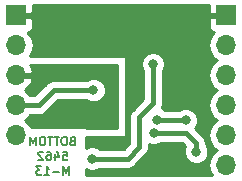
<source format=gbr>
G04 #@! TF.GenerationSoftware,KiCad,Pcbnew,(5.0.2)-1*
G04 #@! TF.CreationDate,2019-02-13T12:40:33+01:00*
G04 #@! TF.ProjectId,DICE-ADC-SMD,44494345-2d41-4444-932d-534d442e6b69,rev?*
G04 #@! TF.SameCoordinates,PX8e25b78PY3dbbafc*
G04 #@! TF.FileFunction,Copper,L2,Bot*
G04 #@! TF.FilePolarity,Positive*
%FSLAX46Y46*%
G04 Gerber Fmt 4.6, Leading zero omitted, Abs format (unit mm)*
G04 Created by KiCad (PCBNEW (5.0.2)-1) date 13/02/2019 12:40:33*
%MOMM*%
%LPD*%
G01*
G04 APERTURE LIST*
G04 #@! TA.AperFunction,NonConductor*
%ADD10C,0.180000*%
G04 #@! TD*
G04 #@! TA.AperFunction,ComponentPad*
%ADD11O,1.700000X1.700000*%
G04 #@! TD*
G04 #@! TA.AperFunction,ComponentPad*
%ADD12R,1.700000X1.700000*%
G04 #@! TD*
G04 #@! TA.AperFunction,ViaPad*
%ADD13C,0.800000*%
G04 #@! TD*
G04 #@! TA.AperFunction,Conductor*
%ADD14C,0.400000*%
G04 #@! TD*
G04 #@! TA.AperFunction,Conductor*
%ADD15C,0.254000*%
G04 #@! TD*
G04 APERTURE END LIST*
D10*
X8122077Y5845329D02*
X8019220Y5811043D01*
X7984934Y5776758D01*
X7950648Y5708186D01*
X7950648Y5605329D01*
X7984934Y5536758D01*
X8019220Y5502472D01*
X8087791Y5468186D01*
X8362077Y5468186D01*
X8362077Y6188186D01*
X8122077Y6188186D01*
X8053505Y6153900D01*
X8019220Y6119615D01*
X7984934Y6051043D01*
X7984934Y5982472D01*
X8019220Y5913900D01*
X8053505Y5879615D01*
X8122077Y5845329D01*
X8362077Y5845329D01*
X7504934Y6188186D02*
X7367791Y6188186D01*
X7299220Y6153900D01*
X7230648Y6085329D01*
X7196362Y5948186D01*
X7196362Y5708186D01*
X7230648Y5571043D01*
X7299220Y5502472D01*
X7367791Y5468186D01*
X7504934Y5468186D01*
X7573505Y5502472D01*
X7642077Y5571043D01*
X7676362Y5708186D01*
X7676362Y5948186D01*
X7642077Y6085329D01*
X7573505Y6153900D01*
X7504934Y6188186D01*
X6990648Y6188186D02*
X6579220Y6188186D01*
X6784934Y5468186D02*
X6784934Y6188186D01*
X6442077Y6188186D02*
X6030648Y6188186D01*
X6236362Y5468186D02*
X6236362Y6188186D01*
X5653505Y6188186D02*
X5516362Y6188186D01*
X5447791Y6153900D01*
X5379220Y6085329D01*
X5344934Y5948186D01*
X5344934Y5708186D01*
X5379220Y5571043D01*
X5447791Y5502472D01*
X5516362Y5468186D01*
X5653505Y5468186D01*
X5722077Y5502472D01*
X5790648Y5571043D01*
X5824934Y5708186D01*
X5824934Y5948186D01*
X5790648Y6085329D01*
X5722077Y6153900D01*
X5653505Y6188186D01*
X5036362Y5468186D02*
X5036362Y6188186D01*
X4796362Y5673900D01*
X4556362Y6188186D01*
X4556362Y5468186D01*
X7316362Y4928186D02*
X7659220Y4928186D01*
X7693505Y4585329D01*
X7659220Y4619615D01*
X7590648Y4653900D01*
X7419220Y4653900D01*
X7350648Y4619615D01*
X7316362Y4585329D01*
X7282077Y4516758D01*
X7282077Y4345329D01*
X7316362Y4276758D01*
X7350648Y4242472D01*
X7419220Y4208186D01*
X7590648Y4208186D01*
X7659220Y4242472D01*
X7693505Y4276758D01*
X6664934Y4688186D02*
X6664934Y4208186D01*
X6836362Y4962472D02*
X7007791Y4448186D01*
X6562077Y4448186D01*
X5979220Y4928186D02*
X6116362Y4928186D01*
X6184934Y4893900D01*
X6219220Y4859615D01*
X6287791Y4756758D01*
X6322077Y4619615D01*
X6322077Y4345329D01*
X6287791Y4276758D01*
X6253505Y4242472D01*
X6184934Y4208186D01*
X6047791Y4208186D01*
X5979220Y4242472D01*
X5944934Y4276758D01*
X5910648Y4345329D01*
X5910648Y4516758D01*
X5944934Y4585329D01*
X5979220Y4619615D01*
X6047791Y4653900D01*
X6184934Y4653900D01*
X6253505Y4619615D01*
X6287791Y4585329D01*
X6322077Y4516758D01*
X5636362Y4859615D02*
X5602077Y4893900D01*
X5533505Y4928186D01*
X5362077Y4928186D01*
X5293505Y4893900D01*
X5259220Y4859615D01*
X5224934Y4791043D01*
X5224934Y4722472D01*
X5259220Y4619615D01*
X5670648Y4208186D01*
X5224934Y4208186D01*
X7830648Y2948186D02*
X7830648Y3668186D01*
X7590648Y3153900D01*
X7350648Y3668186D01*
X7350648Y2948186D01*
X7007791Y3222472D02*
X6459220Y3222472D01*
X5739220Y2948186D02*
X6150648Y2948186D01*
X5944934Y2948186D02*
X5944934Y3668186D01*
X6013505Y3565329D01*
X6082077Y3496758D01*
X6150648Y3462472D01*
X5499220Y3668186D02*
X5053505Y3668186D01*
X5293505Y3393900D01*
X5190648Y3393900D01*
X5122077Y3359615D01*
X5087791Y3325329D01*
X5053505Y3256758D01*
X5053505Y3085329D01*
X5087791Y3016758D01*
X5122077Y2982472D01*
X5190648Y2948186D01*
X5396362Y2948186D01*
X5464934Y2982472D01*
X5499220Y3016758D01*
D11*
G04 #@! TO.P,Pins2,5*
G04 #@! TO.N,Net-(ADC1-Pad3)*
X3327720Y6311900D03*
G04 #@! TO.P,Pins2,4*
G04 #@! TO.N,Net-(ADC1-Pad4)*
X3327720Y8851900D03*
G04 #@! TO.P,Pins2,3*
G04 #@! TO.N,Net-(ADC1-Pad5)*
X3327720Y11391900D03*
G04 #@! TO.P,Pins2,2*
G04 #@! TO.N,Net-(ADC1-Pad1)*
X3327720Y13931900D03*
D12*
G04 #@! TO.P,Pins2,1*
G04 #@! TO.N,Net-(ADC1-Pad2)*
X3327720Y16471900D03*
G04 #@! TD*
D11*
G04 #@! TO.P,Pins1,6*
G04 #@! TO.N,Net-(C3-Pad1)*
X21127720Y3771900D03*
G04 #@! TO.P,Pins1,5*
G04 #@! TO.N,Net-(Pins1-Pad5)*
X21127720Y6311900D03*
G04 #@! TO.P,Pins1,4*
G04 #@! TO.N,Net-(Pins1-Pad4)*
X21127720Y8851900D03*
G04 #@! TO.P,Pins1,3*
G04 #@! TO.N,Net-(ADC1-Pad5)*
X21127720Y11391900D03*
G04 #@! TO.P,Pins1,2*
G04 #@! TO.N,Net-(ADC1-Pad1)*
X21127720Y13931900D03*
D12*
G04 #@! TO.P,Pins1,1*
G04 #@! TO.N,Net-(ADC1-Pad2)*
X21127720Y16471900D03*
G04 #@! TD*
D13*
G04 #@! TO.N,Net-(ADC1-Pad2)*
X18873720Y13296900D03*
X9570720Y15836900D03*
X11475720Y5803900D03*
X8755220Y13433900D03*
G04 #@! TO.N,Net-(ADC1-Pad4)*
X9904720Y10121900D03*
G04 #@! TO.N,Net-(ADC1-Pad5)*
X7021720Y8842900D03*
X11475720Y7454900D03*
G04 #@! TO.N,Net-(Pins1-Pad4)*
X17698720Y7581900D03*
X15285720Y7645400D03*
G04 #@! TO.N,Net-(Pins1-Pad5)*
X18596720Y4923900D03*
X15024220Y6509900D03*
G04 #@! TO.N,Net-(R3-Pad2)*
X9775720Y4328900D03*
X14941220Y12344400D03*
G04 #@! TD*
D14*
G04 #@! TO.N,Net-(ADC1-Pad4)*
X5252720Y8851900D02*
X3327720Y8851900D01*
X6522720Y10121900D02*
X5252720Y8851900D01*
X9904720Y10121900D02*
X6522720Y10121900D01*
G04 #@! TO.N,Net-(Pins1-Pad4)*
X15285720Y7645400D02*
X16365220Y7645400D01*
X16428720Y7581900D02*
X17698720Y7581900D01*
X16365220Y7645400D02*
X16428720Y7581900D01*
G04 #@! TO.N,Net-(Pins1-Pad5)*
X15024220Y6509900D02*
X17754720Y6509900D01*
X18596720Y5667900D02*
X18596720Y4923900D01*
X17754720Y6509900D02*
X18596720Y5667900D01*
G04 #@! TO.N,Net-(R3-Pad2)*
X14941220Y9015400D02*
X14941220Y12344400D01*
X13761720Y7835900D02*
X13761720Y5295900D01*
X14941220Y9015400D02*
X13761720Y7835900D01*
X12794720Y4328900D02*
X9775720Y4328900D01*
X13761720Y5295900D02*
X12794720Y4328900D01*
G04 #@! TD*
D15*
G04 #@! TO.N,Net-(ADC1-Pad2)*
G36*
X19642720Y16757650D02*
X19801470Y16598900D01*
X21000720Y16598900D01*
X21000720Y16618900D01*
X21254720Y16618900D01*
X21254720Y16598900D01*
X21274720Y16598900D01*
X21274720Y16344900D01*
X21254720Y16344900D01*
X21254720Y16324900D01*
X21000720Y16324900D01*
X21000720Y16344900D01*
X19801470Y16344900D01*
X19642720Y16186150D01*
X19642720Y15495590D01*
X19739393Y15262201D01*
X19918022Y15083573D01*
X20078753Y15016996D01*
X20057095Y15002525D01*
X19728881Y14511318D01*
X19613628Y13931900D01*
X19728881Y13352482D01*
X20057095Y12861275D01*
X20355481Y12661900D01*
X20057095Y12462525D01*
X19728881Y11971318D01*
X19613628Y11391900D01*
X19728881Y10812482D01*
X20057095Y10321275D01*
X20355481Y10121900D01*
X20057095Y9922525D01*
X19728881Y9431318D01*
X19613628Y8851900D01*
X19728881Y8272482D01*
X20057095Y7781275D01*
X20355481Y7581900D01*
X20057095Y7382525D01*
X19728881Y6891318D01*
X19613628Y6311900D01*
X19728881Y5732482D01*
X20057095Y5241275D01*
X20355481Y5041900D01*
X20057095Y4842525D01*
X19728881Y4351318D01*
X19613628Y3771900D01*
X19728881Y3192482D01*
X19902328Y2932900D01*
X9258506Y2932900D01*
X9258506Y3422861D01*
X9569846Y3293900D01*
X9981594Y3293900D01*
X10362000Y3451469D01*
X10404431Y3493900D01*
X12712487Y3493900D01*
X12794720Y3477543D01*
X12876953Y3493900D01*
X12876957Y3493900D01*
X13120521Y3542348D01*
X13396721Y3726899D01*
X13443307Y3796620D01*
X14294002Y4647315D01*
X14363721Y4693899D01*
X14548272Y4970099D01*
X14596720Y5213663D01*
X14613078Y5295900D01*
X14596720Y5378137D01*
X14596720Y5566700D01*
X14818346Y5474900D01*
X15230094Y5474900D01*
X15610500Y5632469D01*
X15652931Y5674900D01*
X17408853Y5674900D01*
X17676610Y5407143D01*
X17561720Y5129774D01*
X17561720Y4718026D01*
X17719289Y4337620D01*
X18010440Y4046469D01*
X18390846Y3888900D01*
X18802594Y3888900D01*
X19183000Y4046469D01*
X19474151Y4337620D01*
X19631720Y4718026D01*
X19631720Y5129774D01*
X19474151Y5510180D01*
X19431720Y5552611D01*
X19431720Y5585663D01*
X19448078Y5667900D01*
X19383272Y5993701D01*
X19245304Y6200184D01*
X19198721Y6269901D01*
X19129003Y6316485D01*
X18513009Y6932478D01*
X18576151Y6995620D01*
X18733720Y7376026D01*
X18733720Y7787774D01*
X18576151Y8168180D01*
X18285000Y8459331D01*
X17904594Y8616900D01*
X17492846Y8616900D01*
X17112440Y8459331D01*
X17070009Y8416900D01*
X16713548Y8416900D01*
X16691021Y8431952D01*
X16447457Y8480400D01*
X16447453Y8480400D01*
X16365220Y8496757D01*
X16282987Y8480400D01*
X15914431Y8480400D01*
X15872000Y8522831D01*
X15671761Y8605773D01*
X15727772Y8689599D01*
X15776220Y8933163D01*
X15776220Y8933164D01*
X15792578Y9015400D01*
X15776220Y9097637D01*
X15776220Y11715689D01*
X15818651Y11758120D01*
X15976220Y12138526D01*
X15976220Y12550274D01*
X15818651Y12930680D01*
X15527500Y13221831D01*
X15147094Y13379400D01*
X14735346Y13379400D01*
X14354940Y13221831D01*
X14063789Y12930680D01*
X13906220Y12550274D01*
X13906220Y12138526D01*
X14063789Y11758120D01*
X14106221Y11715688D01*
X14106220Y9361268D01*
X13229440Y8484487D01*
X13159719Y8437901D01*
X12975168Y8161700D01*
X12926720Y7918136D01*
X12926720Y7918133D01*
X12910363Y7835900D01*
X12926720Y7753667D01*
X12926721Y5641769D01*
X12448853Y5163900D01*
X10404431Y5163900D01*
X10362000Y5206331D01*
X9981594Y5363900D01*
X9569846Y5363900D01*
X9258506Y5234939D01*
X9258506Y6184900D01*
X12491720Y6184900D01*
X12540321Y6194567D01*
X12581523Y6222097D01*
X12609053Y6263299D01*
X12618720Y6311900D01*
X12618720Y12915900D01*
X12609053Y12964501D01*
X12581523Y13005703D01*
X12540321Y13033233D01*
X12491720Y13042900D01*
X4519703Y13042900D01*
X4726559Y13352482D01*
X4841812Y13931900D01*
X4726559Y14511318D01*
X4398345Y15002525D01*
X4376687Y15016996D01*
X4537418Y15083573D01*
X4716047Y15262201D01*
X4812720Y15495590D01*
X4812720Y16186150D01*
X4653970Y16344900D01*
X3454720Y16344900D01*
X3454720Y16324900D01*
X3200720Y16324900D01*
X3200720Y16344900D01*
X3180720Y16344900D01*
X3180720Y16598900D01*
X3200720Y16598900D01*
X3200720Y16618900D01*
X3454720Y16618900D01*
X3454720Y16598900D01*
X4653970Y16598900D01*
X4812720Y16757650D01*
X4812720Y17310900D01*
X19642720Y17310900D01*
X19642720Y16757650D01*
X19642720Y16757650D01*
G37*
X19642720Y16757650D02*
X19801470Y16598900D01*
X21000720Y16598900D01*
X21000720Y16618900D01*
X21254720Y16618900D01*
X21254720Y16598900D01*
X21274720Y16598900D01*
X21274720Y16344900D01*
X21254720Y16344900D01*
X21254720Y16324900D01*
X21000720Y16324900D01*
X21000720Y16344900D01*
X19801470Y16344900D01*
X19642720Y16186150D01*
X19642720Y15495590D01*
X19739393Y15262201D01*
X19918022Y15083573D01*
X20078753Y15016996D01*
X20057095Y15002525D01*
X19728881Y14511318D01*
X19613628Y13931900D01*
X19728881Y13352482D01*
X20057095Y12861275D01*
X20355481Y12661900D01*
X20057095Y12462525D01*
X19728881Y11971318D01*
X19613628Y11391900D01*
X19728881Y10812482D01*
X20057095Y10321275D01*
X20355481Y10121900D01*
X20057095Y9922525D01*
X19728881Y9431318D01*
X19613628Y8851900D01*
X19728881Y8272482D01*
X20057095Y7781275D01*
X20355481Y7581900D01*
X20057095Y7382525D01*
X19728881Y6891318D01*
X19613628Y6311900D01*
X19728881Y5732482D01*
X20057095Y5241275D01*
X20355481Y5041900D01*
X20057095Y4842525D01*
X19728881Y4351318D01*
X19613628Y3771900D01*
X19728881Y3192482D01*
X19902328Y2932900D01*
X9258506Y2932900D01*
X9258506Y3422861D01*
X9569846Y3293900D01*
X9981594Y3293900D01*
X10362000Y3451469D01*
X10404431Y3493900D01*
X12712487Y3493900D01*
X12794720Y3477543D01*
X12876953Y3493900D01*
X12876957Y3493900D01*
X13120521Y3542348D01*
X13396721Y3726899D01*
X13443307Y3796620D01*
X14294002Y4647315D01*
X14363721Y4693899D01*
X14548272Y4970099D01*
X14596720Y5213663D01*
X14613078Y5295900D01*
X14596720Y5378137D01*
X14596720Y5566700D01*
X14818346Y5474900D01*
X15230094Y5474900D01*
X15610500Y5632469D01*
X15652931Y5674900D01*
X17408853Y5674900D01*
X17676610Y5407143D01*
X17561720Y5129774D01*
X17561720Y4718026D01*
X17719289Y4337620D01*
X18010440Y4046469D01*
X18390846Y3888900D01*
X18802594Y3888900D01*
X19183000Y4046469D01*
X19474151Y4337620D01*
X19631720Y4718026D01*
X19631720Y5129774D01*
X19474151Y5510180D01*
X19431720Y5552611D01*
X19431720Y5585663D01*
X19448078Y5667900D01*
X19383272Y5993701D01*
X19245304Y6200184D01*
X19198721Y6269901D01*
X19129003Y6316485D01*
X18513009Y6932478D01*
X18576151Y6995620D01*
X18733720Y7376026D01*
X18733720Y7787774D01*
X18576151Y8168180D01*
X18285000Y8459331D01*
X17904594Y8616900D01*
X17492846Y8616900D01*
X17112440Y8459331D01*
X17070009Y8416900D01*
X16713548Y8416900D01*
X16691021Y8431952D01*
X16447457Y8480400D01*
X16447453Y8480400D01*
X16365220Y8496757D01*
X16282987Y8480400D01*
X15914431Y8480400D01*
X15872000Y8522831D01*
X15671761Y8605773D01*
X15727772Y8689599D01*
X15776220Y8933163D01*
X15776220Y8933164D01*
X15792578Y9015400D01*
X15776220Y9097637D01*
X15776220Y11715689D01*
X15818651Y11758120D01*
X15976220Y12138526D01*
X15976220Y12550274D01*
X15818651Y12930680D01*
X15527500Y13221831D01*
X15147094Y13379400D01*
X14735346Y13379400D01*
X14354940Y13221831D01*
X14063789Y12930680D01*
X13906220Y12550274D01*
X13906220Y12138526D01*
X14063789Y11758120D01*
X14106221Y11715688D01*
X14106220Y9361268D01*
X13229440Y8484487D01*
X13159719Y8437901D01*
X12975168Y8161700D01*
X12926720Y7918136D01*
X12926720Y7918133D01*
X12910363Y7835900D01*
X12926720Y7753667D01*
X12926721Y5641769D01*
X12448853Y5163900D01*
X10404431Y5163900D01*
X10362000Y5206331D01*
X9981594Y5363900D01*
X9569846Y5363900D01*
X9258506Y5234939D01*
X9258506Y6184900D01*
X12491720Y6184900D01*
X12540321Y6194567D01*
X12581523Y6222097D01*
X12609053Y6263299D01*
X12618720Y6311900D01*
X12618720Y12915900D01*
X12609053Y12964501D01*
X12581523Y13005703D01*
X12540321Y13033233D01*
X12491720Y13042900D01*
X4519703Y13042900D01*
X4726559Y13352482D01*
X4841812Y13931900D01*
X4726559Y14511318D01*
X4398345Y15002525D01*
X4376687Y15016996D01*
X4537418Y15083573D01*
X4716047Y15262201D01*
X4812720Y15495590D01*
X4812720Y16186150D01*
X4653970Y16344900D01*
X3454720Y16344900D01*
X3454720Y16324900D01*
X3200720Y16324900D01*
X3200720Y16344900D01*
X3180720Y16344900D01*
X3180720Y16598900D01*
X3200720Y16598900D01*
X3200720Y16618900D01*
X3454720Y16618900D01*
X3454720Y16598900D01*
X4653970Y16598900D01*
X4812720Y16757650D01*
X4812720Y17310900D01*
X19642720Y17310900D01*
X19642720Y16757650D01*
G04 #@! TO.N,Net-(ADC1-Pad5)*
G36*
X11856720Y6946900D02*
X9258506Y6946900D01*
X9258506Y6992300D01*
X4659085Y6992300D01*
X4398345Y7382525D01*
X4099959Y7581900D01*
X4398345Y7781275D01*
X4555785Y8016900D01*
X5170487Y8016900D01*
X5252720Y8000543D01*
X5334953Y8016900D01*
X5334957Y8016900D01*
X5578521Y8065348D01*
X5854721Y8249899D01*
X5901307Y8319620D01*
X6868588Y9286900D01*
X9276009Y9286900D01*
X9318440Y9244469D01*
X9698846Y9086900D01*
X10110594Y9086900D01*
X10491000Y9244469D01*
X10782151Y9535620D01*
X10939720Y9916026D01*
X10939720Y10327774D01*
X10782151Y10708180D01*
X10491000Y10999331D01*
X10110594Y11156900D01*
X9698846Y11156900D01*
X9318440Y10999331D01*
X9276009Y10956900D01*
X6604952Y10956900D01*
X6522719Y10973257D01*
X6440486Y10956900D01*
X6440483Y10956900D01*
X6196919Y10908452D01*
X5920719Y10723901D01*
X5874135Y10654182D01*
X4906853Y9686900D01*
X4555785Y9686900D01*
X4398345Y9922525D01*
X4079242Y10135743D01*
X4209078Y10196717D01*
X4599365Y10624976D01*
X4769196Y11035010D01*
X4647875Y11264900D01*
X3454720Y11264900D01*
X3454720Y11244900D01*
X3200720Y11244900D01*
X3200720Y11264900D01*
X3180720Y11264900D01*
X3180720Y11518900D01*
X3200720Y11518900D01*
X3200720Y11538900D01*
X3454720Y11538900D01*
X3454720Y11518900D01*
X4647875Y11518900D01*
X4769196Y11748790D01*
X4599365Y12158824D01*
X4488113Y12280900D01*
X11856720Y12280900D01*
X11856720Y6946900D01*
X11856720Y6946900D01*
G37*
X11856720Y6946900D02*
X9258506Y6946900D01*
X9258506Y6992300D01*
X4659085Y6992300D01*
X4398345Y7382525D01*
X4099959Y7581900D01*
X4398345Y7781275D01*
X4555785Y8016900D01*
X5170487Y8016900D01*
X5252720Y8000543D01*
X5334953Y8016900D01*
X5334957Y8016900D01*
X5578521Y8065348D01*
X5854721Y8249899D01*
X5901307Y8319620D01*
X6868588Y9286900D01*
X9276009Y9286900D01*
X9318440Y9244469D01*
X9698846Y9086900D01*
X10110594Y9086900D01*
X10491000Y9244469D01*
X10782151Y9535620D01*
X10939720Y9916026D01*
X10939720Y10327774D01*
X10782151Y10708180D01*
X10491000Y10999331D01*
X10110594Y11156900D01*
X9698846Y11156900D01*
X9318440Y10999331D01*
X9276009Y10956900D01*
X6604952Y10956900D01*
X6522719Y10973257D01*
X6440486Y10956900D01*
X6440483Y10956900D01*
X6196919Y10908452D01*
X5920719Y10723901D01*
X5874135Y10654182D01*
X4906853Y9686900D01*
X4555785Y9686900D01*
X4398345Y9922525D01*
X4079242Y10135743D01*
X4209078Y10196717D01*
X4599365Y10624976D01*
X4769196Y11035010D01*
X4647875Y11264900D01*
X3454720Y11264900D01*
X3454720Y11244900D01*
X3200720Y11244900D01*
X3200720Y11264900D01*
X3180720Y11264900D01*
X3180720Y11518900D01*
X3200720Y11518900D01*
X3200720Y11538900D01*
X3454720Y11538900D01*
X3454720Y11518900D01*
X4647875Y11518900D01*
X4769196Y11748790D01*
X4599365Y12158824D01*
X4488113Y12280900D01*
X11856720Y12280900D01*
X11856720Y6946900D01*
G04 #@! TD*
M02*

</source>
